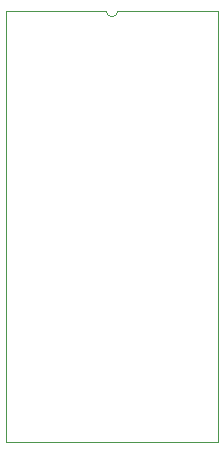
<source format=gbr>
G04 #@! TF.GenerationSoftware,KiCad,Pcbnew,(5.1.4)-1*
G04 #@! TF.CreationDate,2021-03-08T19:32:54-05:00*
G04 #@! TF.ProjectId,27c256_to_82s129,32376332-3536-45f7-946f-5f3832733132,rev?*
G04 #@! TF.SameCoordinates,Original*
G04 #@! TF.FileFunction,Profile,NP*
%FSLAX46Y46*%
G04 Gerber Fmt 4.6, Leading zero omitted, Abs format (unit mm)*
G04 Created by KiCad (PCBNEW (5.1.4)-1) date 2021-03-08 19:32:54*
%MOMM*%
%LPD*%
G04 APERTURE LIST*
%ADD10C,0.050000*%
G04 APERTURE END LIST*
D10*
X146000000Y-86000000D02*
X137500000Y-86000000D01*
X137000000Y-86500000D02*
G75*
G02X136500000Y-86000000I0J500000D01*
G01*
X137500000Y-86000000D02*
G75*
G02X137000000Y-86500000I-500000J0D01*
G01*
X146000000Y-86000000D02*
X146000000Y-122500000D01*
X128000000Y-86000000D02*
X136500000Y-86000000D01*
X128000000Y-122500000D02*
X128000000Y-86000000D01*
X146000000Y-122500000D02*
X128000000Y-122500000D01*
M02*

</source>
